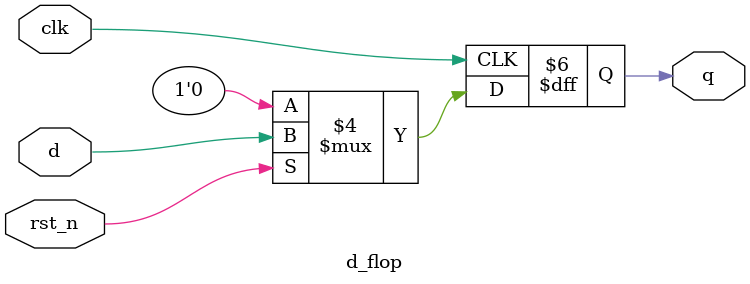
<source format=sv>
`timescale 1ns / 1ps


module d_flop(clk,rst_n,d,q);
    input logic clk;
    input logic rst_n;
    input logic d;
    output logic q;
    
    always_ff @(posedge clk) begin
        if(!rst_n) 
            begin
                q<=1'b0;
            end
        else
            begin
                q<=d;
            end 
    end
endmodule

</source>
